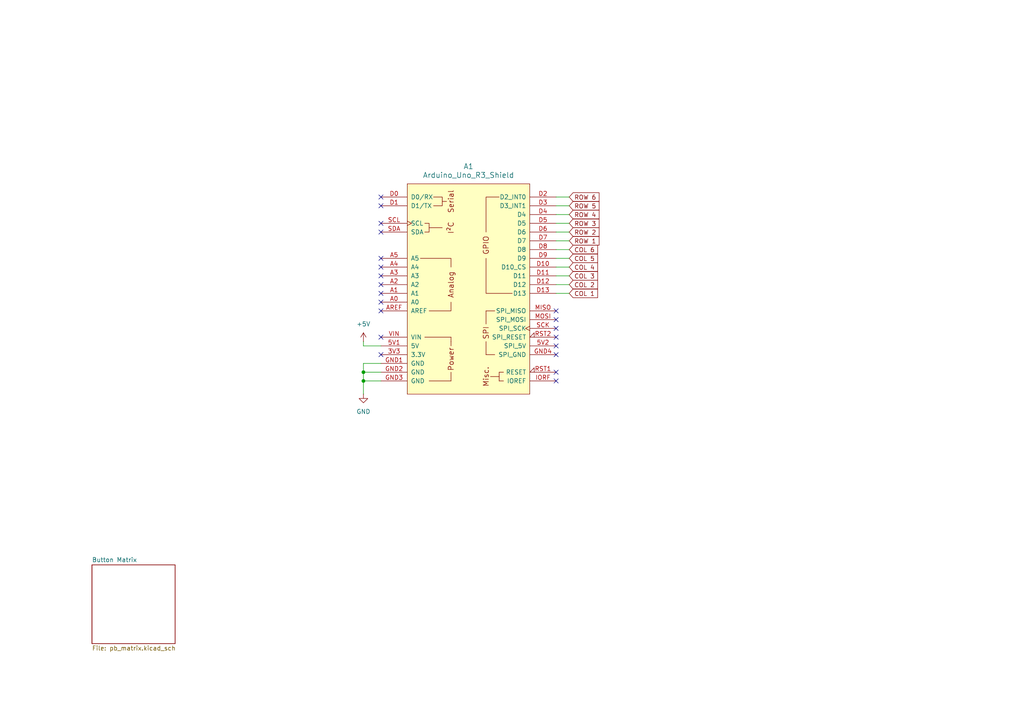
<source format=kicad_sch>
(kicad_sch (version 20231120) (generator "eeschema") (generator_version "8.0")
  (paper "A4")
  (lib_symbols
    (symbol "PCM_arduino-library:Arduino_Uno_R3_Shield" (pin_names (offset 1.016))
      (property "Reference" "A" (at 0 36.83 0))
      (property "Value" "Arduino_Uno_R3_Shield" (at 0 33.02 0))
      (symbol "Arduino_Uno_R3_Shield_0_0"
        (rectangle (start -17.78 30.48) (end 17.78 -30.48) (fill (type background)))
        (rectangle (start -12.7 -13.97) (end -5.08 -13.97))
        (rectangle (start -11.43 -26.67) (end -5.08 -26.67))
        (polyline (pts (xy -11.43 17.78) (xy -7.62 17.78)))
        (polyline (pts (xy -7.62 25.4) (xy -6.35 25.4)))
        (polyline (pts (xy -5.08 -26.67) (xy -5.08 -24.13)))
        (polyline (pts (xy -5.08 -15.24) (xy -5.08 -16.51)))
        (polyline (pts (xy -5.08 -13.97) (xy -5.08 -15.24)))
        (polyline (pts (xy -5.08 -3.81) (xy -5.08 -6.35) (xy -11.43 -6.35)))
        (polyline (pts (xy -5.08 6.35) (xy -5.08 8.89) (xy -13.97 8.89)))
        (polyline (pts (xy 5.08 8.89) (xy 5.08 -1.27) (xy 12.7 -1.27)))
        (polyline (pts (xy 5.08 16.51) (xy 5.08 26.67) (xy 8.89 26.67)))
        (polyline (pts (xy -12.7 19.05) (xy -11.43 19.05) (xy -11.43 16.51) (xy -12.7 16.51)))
        (polyline (pts (xy -10.16 26.67) (xy -7.62 26.67) (xy -7.62 24.13) (xy -10.16 24.13)))
        (rectangle (start 5.08 -19.05) (end 5.08 -15.24))
        (rectangle (start 5.08 -19.05) (end 7.62 -19.05))
        (rectangle (start 5.08 -10.16) (end 5.08 -6.35))
        (rectangle (start 7.62 -6.35) (end 5.08 -6.35))
        (rectangle (start 8.89 -25.4) (end 6.35 -25.4))
        (rectangle (start 8.89 -24.13) (end 8.89 -26.67))
        (rectangle (start 10.16 -26.67) (end 8.89 -26.67))
        (rectangle (start 10.16 -24.13) (end 8.89 -24.13))
        (text "Analog" (at -5.08 1.27 900) (effects (font (size 1.524 1.524))))
        (text "I²C" (at -5.08 17.78 900) (effects (font (size 1.524 1.524))))
        (text "Misc." (at 5.08 -25.4 900) (effects (font (size 1.524 1.524))))
        (text "Power" (at -5.08 -20.32 900) (effects (font (size 1.524 1.524))))
        (text "Serial" (at -5.08 25.4 900) (effects (font (size 1.524 1.524))))
        (text "SPI" (at 5.08 -12.7 900) (effects (font (size 1.524 1.524))))
      )
      (symbol "Arduino_Uno_R3_Shield_1_0"
        (text "GPIO" (at 5.08 12.7 900) (effects (font (size 1.524 1.524))))
      )
      (symbol "Arduino_Uno_R3_Shield_1_1"
        (pin power_out line (at -25.4 -19.05 0) (length 7.62) (name "3.3V") (number "3V3"))
        (pin power_in line (at -25.4 -16.51 0) (length 7.62) (name "5V") (number "5V1"))
        (pin power_in line (at 25.4 -16.51 180) (length 7.62) (name "SPI_5V") (number "5V2"))
        (pin bidirectional line (at -25.4 -3.81 0) (length 7.62) (name "A0") (number "A0"))
        (pin bidirectional line (at -25.4 -1.27 0) (length 7.62) (name "A1") (number "A1"))
        (pin bidirectional line (at -25.4 1.27 0) (length 7.62) (name "A2") (number "A2"))
        (pin bidirectional line (at -25.4 3.81 0) (length 7.62) (name "A3") (number "A3"))
        (pin bidirectional line (at -25.4 6.35 0) (length 7.62) (name "A4") (number "A4"))
        (pin bidirectional line (at -25.4 8.89 0) (length 7.62) (name "A5") (number "A5"))
        (pin input line (at -25.4 -6.35 0) (length 7.62) (name "AREF") (number "AREF"))
        (pin bidirectional line (at -25.4 26.67 0) (length 7.62) (name "D0/RX") (number "D0"))
        (pin bidirectional line (at -25.4 24.13 0) (length 7.62) (name "D1/TX") (number "D1"))
        (pin bidirectional line (at 25.4 6.35 180) (length 7.62) (name "D10_CS") (number "D10"))
        (pin bidirectional line (at 25.4 3.81 180) (length 7.62) (name "D11") (number "D11"))
        (pin bidirectional line (at 25.4 1.27 180) (length 7.62) (name "D12") (number "D12"))
        (pin bidirectional line (at 25.4 -1.27 180) (length 7.62) (name "D13") (number "D13"))
        (pin bidirectional line (at 25.4 26.67 180) (length 7.62) (name "D2_INT0") (number "D2"))
        (pin bidirectional line (at 25.4 24.13 180) (length 7.62) (name "D3_INT1") (number "D3"))
        (pin bidirectional line (at 25.4 21.59 180) (length 7.62) (name "D4") (number "D4"))
        (pin bidirectional line (at 25.4 19.05 180) (length 7.62) (name "D5") (number "D5"))
        (pin bidirectional line (at 25.4 16.51 180) (length 7.62) (name "D6") (number "D6"))
        (pin bidirectional line (at 25.4 13.97 180) (length 7.62) (name "D7") (number "D7"))
        (pin bidirectional line (at 25.4 11.43 180) (length 7.62) (name "D8") (number "D8"))
        (pin bidirectional line (at 25.4 8.89 180) (length 7.62) (name "D9") (number "D9"))
        (pin power_in line (at -25.4 -21.59 0) (length 7.62) (name "GND") (number "GND1"))
        (pin power_in line (at -25.4 -24.13 0) (length 7.62) (name "GND") (number "GND2"))
        (pin power_in line (at -25.4 -26.67 0) (length 7.62) (name "GND") (number "GND3"))
        (pin power_in line (at 25.4 -19.05 180) (length 7.62) (name "SPI_GND") (number "GND4"))
        (pin output line (at 25.4 -26.67 180) (length 7.62) (name "IOREF") (number "IORF"))
        (pin input line (at 25.4 -6.35 180) (length 7.62) (name "SPI_MISO") (number "MISO"))
        (pin output line (at 25.4 -8.89 180) (length 7.62) (name "SPI_MOSI") (number "MOSI"))
        (pin open_collector input_low (at 25.4 -24.13 180) (length 7.62) (name "RESET") (number "RST1"))
        (pin open_collector input_low (at 25.4 -13.97 180) (length 7.62) (name "SPI_RESET") (number "RST2"))
        (pin output clock (at 25.4 -11.43 180) (length 7.62) (name "SPI_SCK") (number "SCK"))
        (pin bidirectional clock (at -25.4 19.05 0) (length 7.62) (name "SCL") (number "SCL"))
        (pin bidirectional line (at -25.4 16.51 0) (length 7.62) (name "SDA") (number "SDA"))
        (pin power_in line (at -25.4 -13.97 0) (length 7.62) (name "VIN") (number "VIN"))
      )
    )
    (symbol "power:+5V" (power) (pin_numbers hide) (pin_names (offset 0) hide)
      (property "Value" "+5V" (at 0 3.556 0))
      (symbol "+5V_0_1"
        (polyline (pts (xy -0.762 1.27) (xy 0 2.54)))
        (polyline (pts (xy 0 0) (xy 0 2.54)))
        (polyline (pts (xy 0 2.54) (xy 0.762 1.27)))
      )
      (symbol "+5V_1_1"
        (pin power_in line (at 0 0 90) (length 0) (name "~") (number "1"))
      )
    )
    (symbol "power:GND" (power) (pin_numbers hide) (pin_names (offset 0) hide)
      (property "Value" "GND" (at 0 -3.81 0))
      (symbol "GND_0_1"
        (polyline (pts (xy 0 0) (xy 0 -1.27) (xy 1.27 -1.27) (xy 0 -2.54) (xy -1.27 -1.27) (xy 0 -1.27)))
      )
      (symbol "GND_1_1"
        (pin power_in line (at 0 0 270) (length 0) (name "~") (number "1"))
      )
    )
  )
  (junction (at 105.41 107.95))
  (junction (at 105.41 110.49))
  (no_connect (at 161.29 95.25))
  (no_connect (at 161.29 110.49))
  (no_connect (at 161.29 100.33))
  (no_connect (at 110.49 80.01))
  (no_connect (at 110.49 87.63))
  (no_connect (at 161.29 90.17))
  (no_connect (at 110.49 102.87))
  (no_connect (at 110.49 85.09))
  (no_connect (at 161.29 92.71))
  (no_connect (at 110.49 74.93))
  (no_connect (at 161.29 97.79))
  (no_connect (at 110.49 64.77))
  (no_connect (at 110.49 59.69))
  (no_connect (at 110.49 97.79))
  (no_connect (at 110.49 57.15))
  (no_connect (at 110.49 67.31))
  (no_connect (at 161.29 107.95))
  (no_connect (at 110.49 90.17))
  (no_connect (at 110.49 77.47))
  (no_connect (at 110.49 82.55))
  (no_connect (at 161.29 102.87))
  (wire (pts (xy 105.41 99.06) (xy 105.41 100.33)))
  (wire (pts (xy 161.29 57.15) (xy 165.1 57.15)))
  (wire (pts (xy 105.41 110.49) (xy 110.49 110.49)))
  (wire (pts (xy 161.29 82.55) (xy 165.1 82.55)))
  (wire (pts (xy 161.29 72.39) (xy 165.1 72.39)))
  (wire (pts (xy 110.49 105.41) (xy 105.41 105.41)))
  (wire (pts (xy 161.29 85.09) (xy 165.1 85.09)))
  (wire (pts (xy 105.41 107.95) (xy 105.41 110.49)))
  (wire (pts (xy 161.29 59.69) (xy 165.1 59.69)))
  (wire (pts (xy 105.41 110.49) (xy 105.41 114.3)))
  (wire (pts (xy 161.29 80.01) (xy 165.1 80.01)))
  (wire (pts (xy 161.29 69.85) (xy 165.1 69.85)))
  (wire (pts (xy 161.29 74.93) (xy 165.1 74.93)))
  (wire (pts (xy 161.29 64.77) (xy 165.1 64.77)))
  (wire (pts (xy 161.29 67.31) (xy 165.1 67.31)))
  (wire (pts (xy 161.29 77.47) (xy 165.1 77.47)))
  (wire (pts (xy 105.41 100.33) (xy 110.49 100.33)))
  (wire (pts (xy 161.29 62.23) (xy 165.1 62.23)))
  (wire (pts (xy 105.41 105.41) (xy 105.41 107.95)))
  (wire (pts (xy 105.41 107.95) (xy 110.49 107.95)))
  (global_label "COL 1" (shape input) (at 165.1 85.09 0) (property "Intersheetrefs" "${INTERSHEET_REFS}" (effects (hide yes))))
  (global_label "COL 5" (shape input) (at 165.1 74.93 0) (property "Intersheetrefs" "${INTERSHEET_REFS}" (effects (hide yes))))
  (global_label "ROW 6" (shape input) (at 165.1 57.15 0) (property "Intersheetrefs" "${INTERSHEET_REFS}" (effects (hide yes))))
  (global_label "ROW 4" (shape input) (at 165.1 62.23 0) (property "Intersheetrefs" "${INTERSHEET_REFS}" (effects (hide yes))))
  (global_label "ROW 1" (shape input) (at 165.1 69.85 0) (property "Intersheetrefs" "${INTERSHEET_REFS}" (effects (hide yes))))
  (global_label "COL 6" (shape input) (at 165.1 72.39 0) (property "Intersheetrefs" "${INTERSHEET_REFS}" (effects (hide yes))))
  (global_label "ROW 5" (shape input) (at 165.1 59.69 0) (property "Intersheetrefs" "${INTERSHEET_REFS}" (effects (hide yes))))
  (global_label "ROW 2" (shape input) (at 165.1 67.31 0) (property "Intersheetrefs" "${INTERSHEET_REFS}" (effects (hide yes))))
  (global_label "ROW 3" (shape input) (at 165.1 64.77 0) (property "Intersheetrefs" "${INTERSHEET_REFS}" (effects (hide yes))))
  (global_label "COL 2" (shape input) (at 165.1 82.55 0) (property "Intersheetrefs" "${INTERSHEET_REFS}" (effects (hide yes))))
  (global_label "COL 4" (shape input) (at 165.1 77.47 0) (property "Intersheetrefs" "${INTERSHEET_REFS}" (effects (hide yes))))
  (global_label "COL 3" (shape input) (at 165.1 80.01 0) (property "Intersheetrefs" "${INTERSHEET_REFS}" (effects (hide yes))))
  (symbol (lib_id "power:+5V") (at 105.41 99.06 0) (unit 1)
    (property "Reference" "#PWR01" (effects (hide yes)))
    (property "Value" "+5V" (at 105.41 93.98 0))
    (property "Description" "Power symbol creates a global label with name \"+5V\"" (effects (hide yes)))
  )
  (symbol (lib_id "PCM_arduino-library:Arduino_Uno_R3_Shield") (at 135.89 83.82 0) (unit 1)
    (property "Reference" "A1" (at 135.89 48.26 0) (effects (font (size 1.524 1.524))))
    (property "Value" "Arduino_Uno_R3_Shield" (at 135.89 50.8 0) (effects (font (size 1.524 1.524))))
    (property "Footprint" "PCM_arduino-library:Arduino_Uno_R3_Shield" (effects (hide yes)))
    (property "Datasheet" "https://docs.arduino.cc/hardware/uno-rev3" (effects (hide yes)))
    (property "Description" "Shield for Arduino Uno R3" (effects (hide yes)))
  )
  (symbol (lib_id "power:GND") (at 105.41 114.3 0) (unit 1)
    (property "Reference" "#PWR02" (effects (hide yes)))
    (property "Value" "GND" (at 105.41 119.38 0))
    (property "Description" "Power symbol creates a global label with name \"GND\" , ground" (effects (hide yes)))
  )
  (sheet (at 26.67 163.83) (size 24.13 22.86) (stroke (width 0.1524))
    (property "Sheetname" "Button Matrix" (at 26.67 163.1184 0) (effects (justify left bottom)))
    (property "Sheetfile" "pb_matrix.kicad_sch" (at 26.67 187.2746 0) (effects (justify left top)))
  )
)
</source>
